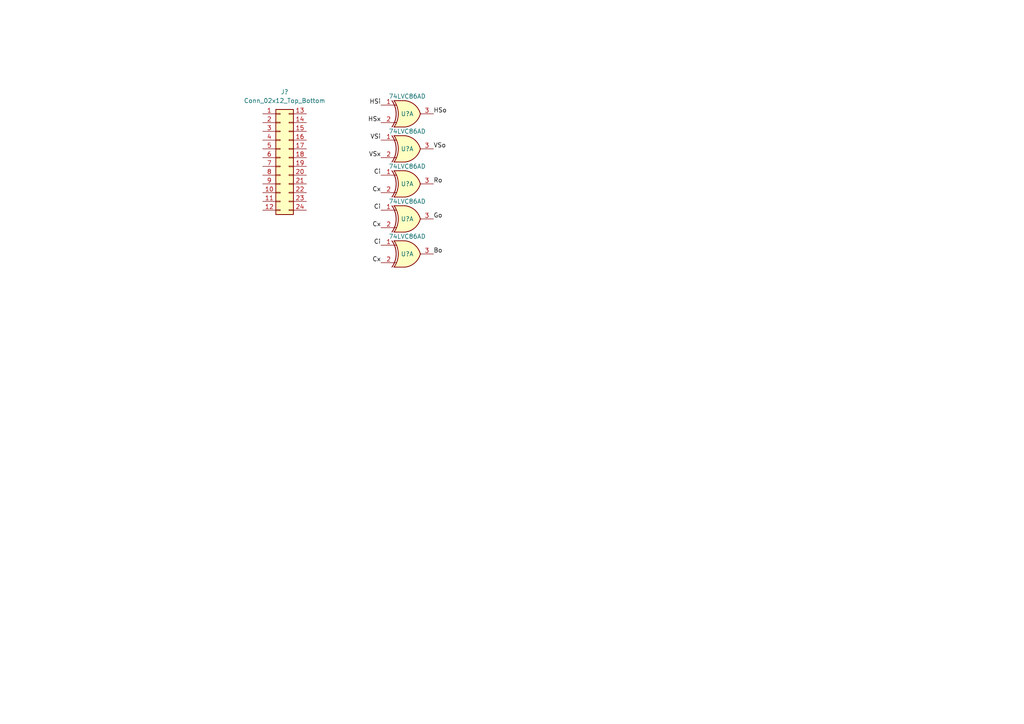
<source format=kicad_sch>
(kicad_sch (version 20211123) (generator eeschema)
  (paper "A4")
  (lib_symbols
    (symbol "74xx:74LS86" (pin_names (offset 1.016))
      (property "Reference" "U" (at 0 1.27 0))
      (property "Value" "74LS86" (at 0 -1.27 0))
      (symbol "74LS86_1_0"
        (arc (start -4.4196 -3.81) (mid -3.2033 0) (end -4.4196 3.81) (stroke (width 0.254)))
        (arc (start -3.81 -3.81) (mid -2.589 0) (end -3.81 3.81) (stroke (width 0.254)))
        (arc (start -0.6096 -3.81) (mid 2.1855 -2.584) (end 3.81 0) (stroke (width 0.254)) (fill (type background)))
        (polyline (pts (xy -3.81 -3.81) (xy -0.635 -3.81)) (stroke (width 0.254)) (fill (type background)))
        (polyline (pts (xy -3.81 3.81) (xy -0.635 3.81)) (stroke (width 0.254)) (fill (type background)))
        (polyline (pts (xy -0.635 3.81) (xy -3.81 3.81) (xy -3.81 3.81) (xy -3.556 3.4036) (xy -3.0226 2.2606) (xy -2.6924 1.0414) (xy -2.6162 -0.254) (xy -2.7686 -1.4986) (xy -3.175 -2.7178) (xy -3.81 -3.81) (xy -3.81 -3.81) (xy -0.635 -3.81)) (stroke (width -25.4)) (fill (type background)))
        (arc (start 3.81 0) (mid 2.1928 2.5925) (end -0.6096 3.81) (stroke (width 0.254)) (fill (type background)))
        (pin input line (at -7.62 2.54 0) (length 4.445) (name "~") (number "1"))
        (pin input line (at -7.62 -2.54 0) (length 4.445) (name "~") (number "2"))
        (pin output line (at 7.62 0 180) (length 3.81) (name "~") (number "3"))
      )
      (symbol "74LS86_1_1"
        (polyline (pts (xy -3.81 -2.54) (xy -3.175 -2.54)) (stroke (width 0.1524)))
        (polyline (pts (xy -3.81 2.54) (xy -3.175 2.54)) (stroke (width 0.1524)))
      )
      (symbol "74LS86_2_0"
        (arc (start -4.4196 -3.81) (mid -3.2033 0) (end -4.4196 3.81) (stroke (width 0.254)))
        (arc (start -3.81 -3.81) (mid -2.589 0) (end -3.81 3.81) (stroke (width 0.254)))
        (arc (start -0.6096 -3.81) (mid 2.1855 -2.584) (end 3.81 0) (stroke (width 0.254)) (fill (type background)))
        (polyline (pts (xy -3.81 -3.81) (xy -0.635 -3.81)) (stroke (width 0.254)) (fill (type background)))
        (polyline (pts (xy -3.81 3.81) (xy -0.635 3.81)) (stroke (width 0.254)) (fill (type background)))
        (polyline (pts (xy -0.635 3.81) (xy -3.81 3.81) (xy -3.81 3.81) (xy -3.556 3.4036) (xy -3.0226 2.2606) (xy -2.6924 1.0414) (xy -2.6162 -0.254) (xy -2.7686 -1.4986) (xy -3.175 -2.7178) (xy -3.81 -3.81) (xy -3.81 -3.81) (xy -0.635 -3.81)) (stroke (width -25.4)) (fill (type background)))
        (arc (start 3.81 0) (mid 2.1928 2.5925) (end -0.6096 3.81) (stroke (width 0.254)) (fill (type background)))
        (pin input line (at -7.62 2.54 0) (length 4.445) (name "~") (number "4"))
        (pin input line (at -7.62 -2.54 0) (length 4.445) (name "~") (number "5"))
        (pin output line (at 7.62 0 180) (length 3.81) (name "~") (number "6"))
      )
      (symbol "74LS86_2_1"
        (polyline (pts (xy -3.81 -2.54) (xy -3.175 -2.54)) (stroke (width 0.1524)))
        (polyline (pts (xy -3.81 2.54) (xy -3.175 2.54)) (stroke (width 0.1524)))
      )
      (symbol "74LS86_3_0"
        (arc (start -4.4196 -3.81) (mid -3.2033 0) (end -4.4196 3.81) (stroke (width 0.254)))
        (arc (start -3.81 -3.81) (mid -2.589 0) (end -3.81 3.81) (stroke (width 0.254)))
        (arc (start -0.6096 -3.81) (mid 2.1855 -2.584) (end 3.81 0) (stroke (width 0.254)) (fill (type background)))
        (polyline (pts (xy -3.81 -3.81) (xy -0.635 -3.81)) (stroke (width 0.254)) (fill (type background)))
        (polyline (pts (xy -3.81 3.81) (xy -0.635 3.81)) (stroke (width 0.254)) (fill (type background)))
        (polyline (pts (xy -0.635 3.81) (xy -3.81 3.81) (xy -3.81 3.81) (xy -3.556 3.4036) (xy -3.0226 2.2606) (xy -2.6924 1.0414) (xy -2.6162 -0.254) (xy -2.7686 -1.4986) (xy -3.175 -2.7178) (xy -3.81 -3.81) (xy -3.81 -3.81) (xy -0.635 -3.81)) (stroke (width -25.4)) (fill (type background)))
        (arc (start 3.81 0) (mid 2.1928 2.5925) (end -0.6096 3.81) (stroke (width 0.254)) (fill (type background)))
        (pin input line (at -7.62 -2.54 0) (length 4.445) (name "~") (number "10"))
        (pin output line (at 7.62 0 180) (length 3.81) (name "~") (number "8"))
        (pin input line (at -7.62 2.54 0) (length 4.445) (name "~") (number "9"))
      )
      (symbol "74LS86_3_1"
        (polyline (pts (xy -3.81 -2.54) (xy -3.175 -2.54)) (stroke (width 0.1524)))
        (polyline (pts (xy -3.81 2.54) (xy -3.175 2.54)) (stroke (width 0.1524)))
      )
      (symbol "74LS86_4_0"
        (arc (start -4.4196 -3.81) (mid -3.2033 0) (end -4.4196 3.81) (stroke (width 0.254)))
        (arc (start -3.81 -3.81) (mid -2.589 0) (end -3.81 3.81) (stroke (width 0.254)))
        (arc (start -0.6096 -3.81) (mid 2.1855 -2.584) (end 3.81 0) (stroke (width 0.254)) (fill (type background)))
        (polyline (pts (xy -3.81 -3.81) (xy -0.635 -3.81)) (stroke (width 0.254)) (fill (type background)))
        (polyline (pts (xy -3.81 3.81) (xy -0.635 3.81)) (stroke (width 0.254)) (fill (type background)))
        (polyline (pts (xy -0.635 3.81) (xy -3.81 3.81) (xy -3.81 3.81) (xy -3.556 3.4036) (xy -3.0226 2.2606) (xy -2.6924 1.0414) (xy -2.6162 -0.254) (xy -2.7686 -1.4986) (xy -3.175 -2.7178) (xy -3.81 -3.81) (xy -3.81 -3.81) (xy -0.635 -3.81)) (stroke (width -25.4)) (fill (type background)))
        (arc (start 3.81 0) (mid 2.1928 2.5925) (end -0.6096 3.81) (stroke (width 0.254)) (fill (type background)))
        (pin output line (at 7.62 0 180) (length 3.81) (name "~") (number "11"))
        (pin input line (at -7.62 2.54 0) (length 4.445) (name "~") (number "12"))
        (pin input line (at -7.62 -2.54 0) (length 4.445) (name "~") (number "13"))
      )
      (symbol "74LS86_4_1"
        (polyline (pts (xy -3.81 -2.54) (xy -3.175 -2.54)) (stroke (width 0.1524)))
        (polyline (pts (xy -3.81 2.54) (xy -3.175 2.54)) (stroke (width 0.1524)))
      )
      (symbol "74LS86_5_0"
        (pin power_in line (at 0 12.7 270) (length 5.08) (name "VCC") (number "14"))
        (pin power_in line (at 0 -12.7 90) (length 5.08) (name "GND") (number "7"))
      )
      (symbol "74LS86_5_1"
        (rectangle (start -5.08 7.62) (end 5.08 -7.62) (stroke (width 0.254)) (fill (type background)))
      )
    )
    (symbol "Connector_Generic:Conn_02x12_Top_Bottom" (pin_names (offset 1.016) hide)
      (property "Reference" "J" (at 1.27 15.24 0))
      (property "Value" "Conn_02x12_Top_Bottom" (at 1.27 -17.78 0))
      (symbol "Conn_02x12_Top_Bottom_1_1"
        (rectangle (start -1.27 -15.113) (end 0 -15.367) (stroke (width 0.1524)))
        (rectangle (start -1.27 -12.573) (end 0 -12.827) (stroke (width 0.1524)))
        (rectangle (start -1.27 -10.033) (end 0 -10.287) (stroke (width 0.1524)))
        (rectangle (start -1.27 -7.493) (end 0 -7.747) (stroke (width 0.1524)))
        (rectangle (start -1.27 -4.953) (end 0 -5.207) (stroke (width 0.1524)))
        (rectangle (start -1.27 -2.413) (end 0 -2.667) (stroke (width 0.1524)))
        (rectangle (start -1.27 0.127) (end 0 -0.127) (stroke (width 0.1524)))
        (rectangle (start -1.27 2.667) (end 0 2.413) (stroke (width 0.1524)))
        (rectangle (start -1.27 5.207) (end 0 4.953) (stroke (width 0.1524)))
        (rectangle (start -1.27 7.747) (end 0 7.493) (stroke (width 0.1524)))
        (rectangle (start -1.27 10.287) (end 0 10.033) (stroke (width 0.1524)))
        (rectangle (start -1.27 12.827) (end 0 12.573) (stroke (width 0.1524)))
        (rectangle (start -1.27 13.97) (end 3.81 -16.51) (stroke (width 0.254)) (fill (type background)))
        (rectangle (start 3.81 -15.113) (end 2.54 -15.367) (stroke (width 0.1524)))
        (rectangle (start 3.81 -12.573) (end 2.54 -12.827) (stroke (width 0.1524)))
        (rectangle (start 3.81 -10.033) (end 2.54 -10.287) (stroke (width 0.1524)))
        (rectangle (start 3.81 -7.493) (end 2.54 -7.747) (stroke (width 0.1524)))
        (rectangle (start 3.81 -4.953) (end 2.54 -5.207) (stroke (width 0.1524)))
        (rectangle (start 3.81 -2.413) (end 2.54 -2.667) (stroke (width 0.1524)))
        (rectangle (start 3.81 0.127) (end 2.54 -0.127) (stroke (width 0.1524)))
        (rectangle (start 3.81 2.667) (end 2.54 2.413) (stroke (width 0.1524)))
        (rectangle (start 3.81 5.207) (end 2.54 4.953) (stroke (width 0.1524)))
        (rectangle (start 3.81 7.747) (end 2.54 7.493) (stroke (width 0.1524)))
        (rectangle (start 3.81 10.287) (end 2.54 10.033) (stroke (width 0.1524)))
        (rectangle (start 3.81 12.827) (end 2.54 12.573) (stroke (width 0.1524)))
        (pin passive line (at -5.08 12.7 0) (length 3.81) (name "Pin_1") (number "1"))
        (pin passive line (at -5.08 -10.16 0) (length 3.81) (name "Pin_10") (number "10"))
        (pin passive line (at -5.08 -12.7 0) (length 3.81) (name "Pin_11") (number "11"))
        (pin passive line (at -5.08 -15.24 0) (length 3.81) (name "Pin_12") (number "12"))
        (pin passive line (at 7.62 12.7 180) (length 3.81) (name "Pin_13") (number "13"))
        (pin passive line (at 7.62 10.16 180) (length 3.81) (name "Pin_14") (number "14"))
        (pin passive line (at 7.62 7.62 180) (length 3.81) (name "Pin_15") (number "15"))
        (pin passive line (at 7.62 5.08 180) (length 3.81) (name "Pin_16") (number "16"))
        (pin passive line (at 7.62 2.54 180) (length 3.81) (name "Pin_17") (number "17"))
        (pin passive line (at 7.62 0 180) (length 3.81) (name "Pin_18") (number "18"))
        (pin passive line (at 7.62 -2.54 180) (length 3.81) (name "Pin_19") (number "19"))
        (pin passive line (at -5.08 10.16 0) (length 3.81) (name "Pin_2") (number "2"))
        (pin passive line (at 7.62 -5.08 180) (length 3.81) (name "Pin_20") (number "20"))
        (pin passive line (at 7.62 -7.62 180) (length 3.81) (name "Pin_21") (number "21"))
        (pin passive line (at 7.62 -10.16 180) (length 3.81) (name "Pin_22") (number "22"))
        (pin passive line (at 7.62 -12.7 180) (length 3.81) (name "Pin_23") (number "23"))
        (pin passive line (at 7.62 -15.24 180) (length 3.81) (name "Pin_24") (number "24"))
        (pin passive line (at -5.08 7.62 0) (length 3.81) (name "Pin_3") (number "3"))
        (pin passive line (at -5.08 5.08 0) (length 3.81) (name "Pin_4") (number "4"))
        (pin passive line (at -5.08 2.54 0) (length 3.81) (name "Pin_5") (number "5"))
        (pin passive line (at -5.08 0 0) (length 3.81) (name "Pin_6") (number "6"))
        (pin passive line (at -5.08 -2.54 0) (length 3.81) (name "Pin_7") (number "7"))
        (pin passive line (at -5.08 -5.08 0) (length 3.81) (name "Pin_8") (number "8"))
        (pin passive line (at -5.08 -7.62 0) (length 3.81) (name "Pin_9") (number "9"))
      )
    )
  )
  (label "HSo" (at 125.73 33.02 0))
  (label "Ci" (at 110.49 50.8 180))
  (label "Go" (at 125.73 63.5 0))
  (label "VSx" (at 110.49 45.72 180))
  (label "Cx" (at 110.49 66.04 180))
  (label "Cx" (at 110.49 76.2 180))
  (label "Cx" (at 110.49 55.88 180))
  (label "HSx" (at 110.49 35.56 180))
  (label "Ci" (at 110.49 71.12 180))
  (label "Bo" (at 125.73 73.66 0))
  (label "HSi" (at 110.49 30.48 180))
  (label "Ro" (at 125.73 53.34 0))
  (label "VSi" (at 110.49 40.64 180))
  (label "VSo" (at 125.73 43.18 0))
  (label "Ci" (at 110.49 60.96 180))
  (symbol (lib_id "74xx:74LS86") (at 118.11 43.18 0) (unit 1)
    (property "Reference" "U?" (at 118.11 43.18 0))
    (property "Value" "74LVC86AD" (at 118.11 38.1 0))
    (property "Datasheet" "74xx/74ls86.pdf" (effects hide))
  )
  (symbol (lib_id "74xx:74LS86") (at 118.11 73.66 0) (unit 1)
    (property "Reference" "U?" (at 118.11 73.66 0))
    (property "Value" "74LVC86AD" (at 118.11 68.58 0))
    (property "Datasheet" "74xx/74ls86.pdf" (effects hide))
  )
  (symbol (lib_id "74xx:74LS86") (at 118.11 63.5 0) (unit 1)
    (property "Reference" "U?" (at 118.11 63.5 0))
    (property "Value" "74LVC86AD" (at 118.11 58.42 0))
    (property "Datasheet" "74xx/74ls86.pdf" (effects hide))
  )
  (symbol (lib_id "Connector_Generic:Conn_02x12_Top_Bottom") (at 81.28 45.72 0) (unit 1)
    (property "Reference" "J?" (at 82.55 26.67 0))
    (property "Value" "Conn_02x12_Top_Bottom" (at 82.55 29.21 0))
  )
  (symbol (lib_id "74xx:74LS86") (at 118.11 53.34 0) (unit 1)
    (property "Reference" "U?" (at 118.11 53.34 0))
    (property "Value" "74LVC86AD" (at 118.11 48.26 0))
    (property "Datasheet" "74xx/74ls86.pdf" (effects hide))
  )
  (symbol (lib_id "74xx:74LS86") (at 118.11 33.02 0) (unit 1)
    (property "Reference" "U?" (at 118.11 33.02 0))
    (property "Value" "74LVC86AD" (at 118.11 27.94 0))
    (property "Datasheet" "74xx/74ls86.pdf" (effects hide))
  )
)
</source>
